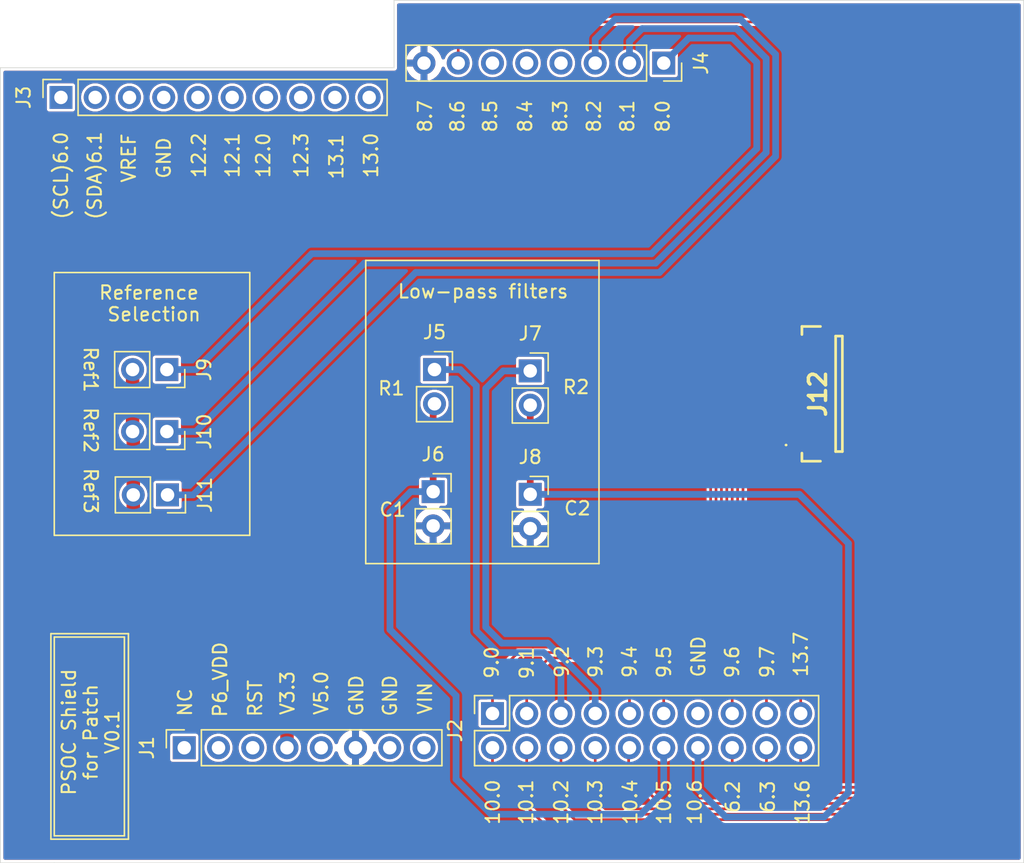
<source format=kicad_pcb>
(kicad_pcb (version 20171130) (host pcbnew "(5.1.10)-1")
  (layers (0 F.Cu signal) (31 B.Cu signal) (34 B.Paste user) (35 F.Paste user) (36 B.SilkS user) (37 F.SilkS user) (38 B.Mask user) (39 F.Mask user) (44 Edge.Cuts user))
  (net 0 "")
  (net 1 GND)
  (net 2 3.3V)
  (net 3 R_ref3)
  (net 4 "Net-(J1-Pad7)")
  (net 5 R_ref2)
  (net 6 R_ref1)
  (net 7 "Net-(J1-Pad1)")
  (net 8 "Net-(J1-Pad2)")
  (net 9 "Net-(J1-Pad3)")
  (net 10 "Net-(J1-Pad5)")
  (net 11 "Net-(J1-Pad8)")
  (net 12 "Net-(J2-Pad13)")
  (net 13 "Net-(J3-Pad3)")
  (net 14 "Net-(J3-Pad4)")
  (net 15 "Net-(J3-Pad5)")
  (net 16 "Net-(J3-Pad6)")
  (net 17 "Net-(J3-Pad7)")
  (net 18 "Net-(J3-Pad8)")
  (net 19 "Net-(J3-Pad9)")
  (net 20 "Net-(J3-Pad10)")
  (net 21 "Net-(J3-Pad1)")
  (net 22 "Net-(J3-Pad2)")
  (net 23 "Net-(J4-Pad6)")
  (net 24 "Net-(J4-Pad5)")
  (net 25 "Net-(J4-Pad4)")
  (net 26 O7)
  (net 27 O6)
  (net 28 O5)
  (net 29 O4)
  (net 30 O3)
  (net 31 O2)
  (net 32 O1)
  (net 33 I7)
  (net 34 I6)
  (net 35 I5)
  (net 36 I4)
  (net 37 I3)
  (net 38 I2)
  (net 39 I1)
  (net 40 ADC-)
  (net 41 ADC+)
  (net 42 Follower-)
  (net 43 Follower+)
  (net 44 O0)
  (net 45 I0)
  (module Connector_PinSocket_2.54mm:PinSocket_1x02_P2.54mm_Vertical (layer F.Cu) (at 143.8 107.16)
    (fp_text reference J8 (at 0 -2.77) (layer F.SilkS))
    (fp_text value Conn_01x02)
    (fp_line (start 0 -1.33) (end 1.33 -1.33) (layer F.SilkS) (width 0.12))
    (fp_line (start 1.33 -1.33) (end 1.33 0) (layer F.SilkS) (width 0.12))
    (fp_line (start 1.33 1.27) (end 1.33 3.87) (layer F.SilkS) (width 0.12))
    (fp_line (start -1.33 3.87) (end 1.33 3.87) (layer F.SilkS) (width 0.12))
    (fp_line (start -1.33 1.27) (end -1.33 3.87) (layer F.SilkS) (width 0.12))
    (fp_line (start -1.33 1.27) (end 1.33 1.27) (layer F.SilkS) (width 0.12))
    (pad 2 thru_hole oval (at 0 2.54) (size 1.7 1.7) (drill 1) (layers *.Cu *.Mask) (net 1 GND))
    (pad 1 thru_hole rect (at 0 0) (size 1.7 1.7) (drill 1) (layers *.Cu *.Mask) (net 40 ADC-))
  )
  (module Connector_PinSocket_2.54mm:PinSocket_1x02_P2.54mm_Vertical (layer F.Cu) (at 143.8 98)
    (fp_text reference J7 (at 0 -2.77) (layer F.SilkS))
    (fp_text value Conn_01x02)
    (fp_line (start 0 -1.33) (end 1.33 -1.33) (layer F.SilkS) (width 0.12))
    (fp_line (start 1.33 -1.33) (end 1.33 0) (layer F.SilkS) (width 0.12))
    (fp_line (start 1.33 1.27) (end 1.33 3.87) (layer F.SilkS) (width 0.12))
    (fp_line (start -1.33 3.87) (end 1.33 3.87) (layer F.SilkS) (width 0.12))
    (fp_line (start -1.33 1.27) (end -1.33 3.87) (layer F.SilkS) (width 0.12))
    (fp_line (start -1.33 1.27) (end 1.33 1.27) (layer F.SilkS) (width 0.12))
    (pad 2 thru_hole oval (at 0 2.54) (size 1.7 1.7) (drill 1) (layers *.Cu *.Mask) (net 40 ADC-))
    (pad 1 thru_hole rect (at 0 0) (size 1.7 1.7) (drill 1) (layers *.Cu *.Mask) (net 42 Follower-))
  )
  (module Connector_PinSocket_2.54mm:PinSocket_1x02_P2.54mm_Vertical (layer F.Cu) (at 136.6 106.96)
    (fp_text reference J6 (at 0 -2.77) (layer F.SilkS))
    (fp_text value Conn_01x02)
    (fp_line (start 0 -1.33) (end 1.33 -1.33) (layer F.SilkS) (width 0.12))
    (fp_line (start 1.33 -1.33) (end 1.33 0) (layer F.SilkS) (width 0.12))
    (fp_line (start 1.33 1.27) (end 1.33 3.87) (layer F.SilkS) (width 0.12))
    (fp_line (start -1.33 3.87) (end 1.33 3.87) (layer F.SilkS) (width 0.12))
    (fp_line (start -1.33 1.27) (end -1.33 3.87) (layer F.SilkS) (width 0.12))
    (fp_line (start -1.33 1.27) (end 1.33 1.27) (layer F.SilkS) (width 0.12))
    (pad 2 thru_hole oval (at 0 2.54) (size 1.7 1.7) (drill 1) (layers *.Cu *.Mask) (net 1 GND))
    (pad 1 thru_hole rect (at 0 0) (size 1.7 1.7) (drill 1) (layers *.Cu *.Mask) (net 41 ADC+))
  )
  (module Connector_PinSocket_2.54mm:PinSocket_1x02_P2.54mm_Vertical (layer F.Cu) (at 136.7 97.9)
    (fp_text reference J5 (at 0 -2.77) (layer F.SilkS))
    (fp_text value Conn_01x02)
    (fp_line (start 0 -1.33) (end 1.33 -1.33) (layer F.SilkS) (width 0.12))
    (fp_line (start 1.33 -1.33) (end 1.33 0) (layer F.SilkS) (width 0.12))
    (fp_line (start 1.33 1.27) (end 1.33 3.87) (layer F.SilkS) (width 0.12))
    (fp_line (start -1.33 3.87) (end 1.33 3.87) (layer F.SilkS) (width 0.12))
    (fp_line (start -1.33 1.27) (end -1.33 3.87) (layer F.SilkS) (width 0.12))
    (fp_line (start -1.33 1.27) (end 1.33 1.27) (layer F.SilkS) (width 0.12))
    (pad 2 thru_hole oval (at 0 2.54) (size 1.7 1.7) (drill 1) (layers *.Cu *.Mask) (net 41 ADC+))
    (pad 1 thru_hole rect (at 0 0) (size 1.7 1.7) (drill 1) (layers *.Cu *.Mask) (net 43 Follower+))
  )
  (module Patch:FH19SC16S05SH09 (layer F.Cu) (at 165.2 99.7 90)
    (fp_text reference J12 (at 0 -0.075 90) (layer F.SilkS) (effects (font (size 1.27 1.27) (thickness 0.254))))
    (fp_text value Conn_01x16 hide)
    (fp_line (start -3.8 -2.475) (end -3.8 -2.475) (layer F.SilkS) (width 0.1))
    (fp_line (start -3.8 -2.375) (end -3.8 -2.375) (layer F.SilkS) (width 0.1))
    (fp_line (start -4.4 -1.25) (end -5 -1.25) (layer F.SilkS) (width 0.2))
    (fp_line (start -5 -1.25) (end -5 0.125) (layer F.SilkS) (width 0.2))
    (fp_line (start -4.285 1.25) (end 4.285 1.25) (layer F.SilkS) (width 0.2))
    (fp_line (start -4.285 1.25) (end -4.285 1.75) (layer F.SilkS) (width 0.2))
    (fp_line (start -4.285 1.75) (end 4.285 1.75) (layer F.SilkS) (width 0.2))
    (fp_line (start 4.285 1.75) (end 4.285 1.25) (layer F.SilkS) (width 0.2))
    (fp_line (start 4.4 -1.25) (end 5 -1.25) (layer F.SilkS) (width 0.2))
    (fp_line (start 5 -1.25) (end 5 0.125) (layer F.SilkS) (width 0.2))
    (fp_arc (start -3.8 -2.425) (end -3.8 -2.475) (angle -180) (layer F.SilkS) (width 0.1))
    (fp_arc (start -3.8 -2.425) (end -3.8 -2.375) (angle -180) (layer F.SilkS) (width 0.1))
    (pad 1 smd rect (at -3.75 -1.5 90) (size 0.3 0.8) (layers F.Cu F.Paste F.Mask) (net 26 O7))
    (pad 2 smd rect (at -3.25 -1.5 90) (size 0.3 0.8) (layers F.Cu F.Paste F.Mask) (net 27 O6))
    (pad 3 smd rect (at -2.75 -1.5 90) (size 0.3 0.8) (layers F.Cu F.Paste F.Mask) (net 28 O5))
    (pad 4 smd rect (at -2.25 -1.5 90) (size 0.3 0.8) (layers F.Cu F.Paste F.Mask) (net 29 O4))
    (pad 5 smd rect (at -1.75 -1.5 90) (size 0.3 0.8) (layers F.Cu F.Paste F.Mask) (net 30 O3))
    (pad 6 smd rect (at -1.25 -1.5 90) (size 0.3 0.8) (layers F.Cu F.Paste F.Mask) (net 31 O2))
    (pad 7 smd rect (at -0.75 -1.5 90) (size 0.3 0.8) (layers F.Cu F.Paste F.Mask) (net 32 O1))
    (pad 8 smd rect (at -0.25 -1.5 90) (size 0.3 0.8) (layers F.Cu F.Paste F.Mask) (net 44 O0))
    (pad 9 smd rect (at 0.25 -1.5 90) (size 0.3 0.8) (layers F.Cu F.Paste F.Mask) (net 33 I7))
    (pad 10 smd rect (at 0.75 -1.5 90) (size 0.3 0.8) (layers F.Cu F.Paste F.Mask) (net 34 I6))
    (pad 11 smd rect (at 1.25 -1.5 90) (size 0.3 0.8) (layers F.Cu F.Paste F.Mask) (net 35 I5))
    (pad 12 smd rect (at 1.75 -1.5 90) (size 0.3 0.8) (layers F.Cu F.Paste F.Mask) (net 36 I4))
    (pad 13 smd rect (at 2.25 -1.5 90) (size 0.3 0.8) (layers F.Cu F.Paste F.Mask) (net 37 I3))
    (pad 14 smd rect (at 2.75 -1.5 90) (size 0.3 0.8) (layers F.Cu F.Paste F.Mask) (net 38 I2))
    (pad 15 smd rect (at 3.25 -1.5 90) (size 0.3 0.8) (layers F.Cu F.Paste F.Mask) (net 39 I1))
    (pad 16 smd rect (at 3.75 -1.5 90) (size 0.3 0.8) (layers F.Cu F.Paste F.Mask) (net 45 I0))
    (pad MP1 smd rect (at -4.75 1 90) (size 0.4 0.8) (layers F.Cu F.Paste F.Mask))
    (pad MP2 smd rect (at 4.75 1 90) (size 0.4 0.8) (layers F.Cu F.Paste F.Mask))
  )
  (module Connector_PinSocket_2.54mm:PinSocket_1x02_P2.54mm_Vertical (layer F.Cu) (at 116.9 107.2 270)
    (fp_text reference J11 (at 0 -2.77 90) (layer F.SilkS))
    (fp_text value Conn_01x02)
    (fp_line (start 0 -1.33) (end 1.33 -1.33) (layer F.SilkS) (width 0.12))
    (fp_line (start 1.33 -1.33) (end 1.33 0) (layer F.SilkS) (width 0.12))
    (fp_line (start 1.33 1.27) (end 1.33 3.87) (layer F.SilkS) (width 0.12))
    (fp_line (start -1.33 3.87) (end 1.33 3.87) (layer F.SilkS) (width 0.12))
    (fp_line (start -1.33 1.27) (end -1.33 3.87) (layer F.SilkS) (width 0.12))
    (fp_line (start -1.33 1.27) (end 1.33 1.27) (layer F.SilkS) (width 0.12))
    (pad 2 thru_hole oval (at 0 2.54 270) (size 1.7 1.7) (drill 1) (layers *.Cu *.Mask) (net 2 3.3V))
    (pad 1 thru_hole rect (at 0 0 270) (size 1.7 1.7) (drill 1) (layers *.Cu *.Mask) (net 3 R_ref3))
  )
  (module Connector_PinSocket_2.54mm:PinSocket_1x02_P2.54mm_Vertical (layer F.Cu) (at 116.85 102.5 270)
    (fp_text reference J10 (at 0 -2.77 90) (layer F.SilkS))
    (fp_text value Conn_01x02)
    (fp_line (start 0 -1.33) (end 1.33 -1.33) (layer F.SilkS) (width 0.12))
    (fp_line (start 1.33 -1.33) (end 1.33 0) (layer F.SilkS) (width 0.12))
    (fp_line (start 1.33 1.27) (end 1.33 3.87) (layer F.SilkS) (width 0.12))
    (fp_line (start -1.33 3.87) (end 1.33 3.87) (layer F.SilkS) (width 0.12))
    (fp_line (start -1.33 1.27) (end -1.33 3.87) (layer F.SilkS) (width 0.12))
    (fp_line (start -1.33 1.27) (end 1.33 1.27) (layer F.SilkS) (width 0.12))
    (pad 2 thru_hole oval (at 0 2.54 270) (size 1.7 1.7) (drill 1) (layers *.Cu *.Mask) (net 2 3.3V))
    (pad 1 thru_hole rect (at 0 0 270) (size 1.7 1.7) (drill 1) (layers *.Cu *.Mask) (net 5 R_ref2))
  )
  (module Connector_PinSocket_2.54mm:PinSocket_1x02_P2.54mm_Vertical (layer F.Cu) (at 116.85 97.9 270)
    (fp_text reference J9 (at 0 -2.77 90) (layer F.SilkS))
    (fp_text value Conn_01x02)
    (fp_line (start 0 -1.33) (end 1.33 -1.33) (layer F.SilkS) (width 0.12))
    (fp_line (start 1.33 -1.33) (end 1.33 0) (layer F.SilkS) (width 0.12))
    (fp_line (start 1.33 1.27) (end 1.33 3.87) (layer F.SilkS) (width 0.12))
    (fp_line (start -1.33 3.87) (end 1.33 3.87) (layer F.SilkS) (width 0.12))
    (fp_line (start -1.33 1.27) (end -1.33 3.87) (layer F.SilkS) (width 0.12))
    (fp_line (start -1.33 1.27) (end 1.33 1.27) (layer F.SilkS) (width 0.12))
    (pad 2 thru_hole oval (at 0 2.54 270) (size 1.7 1.7) (drill 1) (layers *.Cu *.Mask) (net 2 3.3V))
    (pad 1 thru_hole rect (at 0 0 270) (size 1.7 1.7) (drill 1) (layers *.Cu *.Mask) (net 6 R_ref1))
  )
  (module Connector_PinSocket_2.54mm:PinSocket_1x08_P2.54mm_Vertical (layer F.Cu) (at 153.7 75.1574 270)
    (fp_text reference J4 (at 0 -2.77 90) (layer F.SilkS))
    (fp_text value Conn_01x08)
    (fp_line (start 0 -1.33) (end 1.33 -1.33) (layer F.SilkS) (width 0.12))
    (fp_line (start 1.33 -1.33) (end 1.33 0) (layer F.SilkS) (width 0.12))
    (fp_line (start 1.33 1.27) (end 1.33 19.11) (layer F.SilkS) (width 0.12))
    (fp_line (start -1.33 19.11) (end 1.33 19.11) (layer F.SilkS) (width 0.12))
    (fp_line (start -1.33 1.27) (end -1.33 19.11) (layer F.SilkS) (width 0.12))
    (fp_line (start -1.33 1.27) (end 1.33 1.27) (layer F.SilkS) (width 0.12))
    (pad 8 thru_hole oval (at 0 17.78 270) (size 1.7 1.7) (drill 1) (layers *.Cu *.Mask) (net 1 GND))
    (pad 7 thru_hole oval (at 0 15.24 270) (size 1.7 1.7) (drill 1) (layers *.Cu *.Mask) (net 33 I7))
    (pad 6 thru_hole oval (at 0 12.7 270) (size 1.7 1.7) (drill 1) (layers *.Cu *.Mask) (net 23 "Net-(J4-Pad6)"))
    (pad 5 thru_hole oval (at 0 10.16 270) (size 1.7 1.7) (drill 1) (layers *.Cu *.Mask) (net 24 "Net-(J4-Pad5)"))
    (pad 4 thru_hole oval (at 0 7.62 270) (size 1.7 1.7) (drill 1) (layers *.Cu *.Mask) (net 25 "Net-(J4-Pad4)"))
    (pad 3 thru_hole oval (at 0 5.08 270) (size 1.7 1.7) (drill 1) (layers *.Cu *.Mask) (net 3 R_ref3))
    (pad 2 thru_hole oval (at 0 2.54 270) (size 1.7 1.7) (drill 1) (layers *.Cu *.Mask) (net 5 R_ref2))
    (pad 1 thru_hole rect (at 0 0 270) (size 1.7 1.7) (drill 1) (layers *.Cu *.Mask) (net 6 R_ref1))
  )
  (module Connector_PinSocket_2.54mm:PinSocket_1x10_P2.54mm_Vertical (layer F.Cu) (at 108.996 77.705 90)
    (fp_text reference J3 (at 0 -2.77 90) (layer F.SilkS))
    (fp_text value Conn_01x10)
    (fp_line (start 0 -1.33) (end 1.33 -1.33) (layer F.SilkS) (width 0.12))
    (fp_line (start 1.33 -1.33) (end 1.33 0) (layer F.SilkS) (width 0.12))
    (fp_line (start 1.33 1.27) (end 1.33 24.19) (layer F.SilkS) (width 0.12))
    (fp_line (start -1.33 24.19) (end 1.33 24.19) (layer F.SilkS) (width 0.12))
    (fp_line (start -1.33 1.27) (end -1.33 24.19) (layer F.SilkS) (width 0.12))
    (fp_line (start -1.33 1.27) (end 1.33 1.27) (layer F.SilkS) (width 0.12))
    (pad 1 thru_hole rect (at 0 0 90) (size 1.7 1.7) (drill 1) (layers *.Cu *.Mask) (net 21 "Net-(J3-Pad1)"))
    (pad 2 thru_hole oval (at 0 2.54 90) (size 1.7 1.7) (drill 1) (layers *.Cu *.Mask) (net 22 "Net-(J3-Pad2)"))
    (pad 3 thru_hole oval (at 0 5.08 90) (size 1.7 1.7) (drill 1) (layers *.Cu *.Mask) (net 13 "Net-(J3-Pad3)"))
    (pad 4 thru_hole oval (at 0 7.62 90) (size 1.7 1.7) (drill 1) (layers *.Cu *.Mask) (net 14 "Net-(J3-Pad4)"))
    (pad 5 thru_hole oval (at 0 10.16 90) (size 1.7 1.7) (drill 1) (layers *.Cu *.Mask) (net 15 "Net-(J3-Pad5)"))
    (pad 6 thru_hole oval (at 0 12.7 90) (size 1.7 1.7) (drill 1) (layers *.Cu *.Mask) (net 16 "Net-(J3-Pad6)"))
    (pad 7 thru_hole oval (at 0 15.24 90) (size 1.7 1.7) (drill 1) (layers *.Cu *.Mask) (net 17 "Net-(J3-Pad7)"))
    (pad 8 thru_hole oval (at 0 17.78 90) (size 1.7 1.7) (drill 1) (layers *.Cu *.Mask) (net 18 "Net-(J3-Pad8)"))
    (pad 9 thru_hole oval (at 0 20.32 90) (size 1.7 1.7) (drill 1) (layers *.Cu *.Mask) (net 19 "Net-(J3-Pad9)"))
    (pad 10 thru_hole oval (at 0 22.86 90) (size 1.7 1.7) (drill 1) (layers *.Cu *.Mask) (net 20 "Net-(J3-Pad10)"))
  )
  (module Connector_PinSocket_2.54mm:PinSocket_1x08_P2.54mm_Vertical (layer F.Cu) (at 118.14 125.965 90)
    (fp_text reference J1 (at 0 -2.77 90) (layer F.SilkS))
    (fp_text value Conn_01x08)
    (fp_line (start -1.33 1.27) (end 1.33 1.27) (layer F.SilkS) (width 0.12))
    (fp_line (start -1.33 1.27) (end -1.33 19.11) (layer F.SilkS) (width 0.12))
    (fp_line (start -1.33 19.11) (end 1.33 19.11) (layer F.SilkS) (width 0.12))
    (fp_line (start 1.33 1.27) (end 1.33 19.11) (layer F.SilkS) (width 0.12))
    (fp_line (start 1.33 -1.33) (end 1.33 0) (layer F.SilkS) (width 0.12))
    (fp_line (start 0 -1.33) (end 1.33 -1.33) (layer F.SilkS) (width 0.12))
    (pad 1 thru_hole rect (at 0 0 90) (size 1.7 1.7) (drill 1) (layers *.Cu *.Mask) (net 7 "Net-(J1-Pad1)"))
    (pad 2 thru_hole oval (at 0 2.54 90) (size 1.7 1.7) (drill 1) (layers *.Cu *.Mask) (net 8 "Net-(J1-Pad2)"))
    (pad 3 thru_hole oval (at 0 5.08 90) (size 1.7 1.7) (drill 1) (layers *.Cu *.Mask) (net 9 "Net-(J1-Pad3)"))
    (pad 4 thru_hole oval (at 0 7.62 90) (size 1.7 1.7) (drill 1) (layers *.Cu *.Mask) (net 2 3.3V))
    (pad 5 thru_hole oval (at 0 10.16 90) (size 1.7 1.7) (drill 1) (layers *.Cu *.Mask) (net 10 "Net-(J1-Pad5)"))
    (pad 6 thru_hole oval (at 0 12.7 90) (size 1.7 1.7) (drill 1) (layers *.Cu *.Mask) (net 1 GND))
    (pad 7 thru_hole oval (at 0 15.24 90) (size 1.7 1.7) (drill 1) (layers *.Cu *.Mask) (net 4 "Net-(J1-Pad7)"))
    (pad 8 thru_hole oval (at 0 17.78 90) (size 1.7 1.7) (drill 1) (layers *.Cu *.Mask) (net 11 "Net-(J1-Pad8)"))
  )
  (module Connector_PinSocket_2.54mm:PinSocket_2x10_P2.54mm_Vertical (layer F.Cu) (at 141 123.425 90)
    (fp_text reference J2 (at -1.27 -2.77 90) (layer F.SilkS))
    (fp_text value Conn_02x10)
    (fp_line (start 0 -1.33) (end 1.33 -1.33) (layer F.SilkS) (width 0.12))
    (fp_line (start 1.33 -1.33) (end 1.33 0) (layer F.SilkS) (width 0.12))
    (fp_line (start -1.27 -1.33) (end -1.27 1.27) (layer F.SilkS) (width 0.12))
    (fp_line (start -1.27 1.27) (end 1.33 1.27) (layer F.SilkS) (width 0.12))
    (fp_line (start 1.33 1.27) (end 1.33 24.19) (layer F.SilkS) (width 0.12))
    (fp_line (start -3.87 24.19) (end 1.33 24.19) (layer F.SilkS) (width 0.12))
    (fp_line (start -3.87 -1.33) (end -3.87 24.19) (layer F.SilkS) (width 0.12))
    (fp_line (start -3.87 -1.33) (end -1.27 -1.33) (layer F.SilkS) (width 0.12))
    (pad 20 thru_hole oval (at -2.54 22.86 90) (size 1.7 1.7) (drill 1) (layers *.Cu *.Mask) (net 26 O7))
    (pad 19 thru_hole oval (at 0 22.86 90) (size 1.7 1.7) (drill 1) (layers *.Cu *.Mask) (net 34 I6))
    (pad 18 thru_hole oval (at -2.54 20.32 90) (size 1.7 1.7) (drill 1) (layers *.Cu *.Mask) (net 27 O6))
    (pad 17 thru_hole oval (at 0 20.32 90) (size 1.7 1.7) (drill 1) (layers *.Cu *.Mask) (net 35 I5))
    (pad 16 thru_hole oval (at -2.54 17.78 90) (size 1.7 1.7) (drill 1) (layers *.Cu *.Mask) (net 28 O5))
    (pad 15 thru_hole oval (at 0 17.78 90) (size 1.7 1.7) (drill 1) (layers *.Cu *.Mask) (net 36 I4))
    (pad 14 thru_hole oval (at -2.54 15.24 90) (size 1.7 1.7) (drill 1) (layers *.Cu *.Mask) (net 40 ADC-))
    (pad 13 thru_hole oval (at 0 15.24 90) (size 1.7 1.7) (drill 1) (layers *.Cu *.Mask) (net 12 "Net-(J2-Pad13)"))
    (pad 12 thru_hole oval (at -2.54 12.7 90) (size 1.7 1.7) (drill 1) (layers *.Cu *.Mask) (net 41 ADC+))
    (pad 11 thru_hole oval (at 0 12.7 90) (size 1.7 1.7) (drill 1) (layers *.Cu *.Mask) (net 37 I3))
    (pad 10 thru_hole oval (at -2.54 10.16 90) (size 1.7 1.7) (drill 1) (layers *.Cu *.Mask) (net 29 O4))
    (pad 9 thru_hole oval (at 0 10.16 90) (size 1.7 1.7) (drill 1) (layers *.Cu *.Mask) (net 38 I2))
    (pad 8 thru_hole oval (at -2.54 7.62 90) (size 1.7 1.7) (drill 1) (layers *.Cu *.Mask) (net 30 O3))
    (pad 7 thru_hole oval (at 0 7.62 90) (size 1.7 1.7) (drill 1) (layers *.Cu *.Mask) (net 42 Follower-))
    (pad 6 thru_hole oval (at -2.54 5.08 90) (size 1.7 1.7) (drill 1) (layers *.Cu *.Mask) (net 31 O2))
    (pad 5 thru_hole oval (at 0 5.08 90) (size 1.7 1.7) (drill 1) (layers *.Cu *.Mask) (net 43 Follower+))
    (pad 4 thru_hole oval (at -2.54 2.54 90) (size 1.7 1.7) (drill 1) (layers *.Cu *.Mask) (net 32 O1))
    (pad 3 thru_hole oval (at 0 2.54 90) (size 1.7 1.7) (drill 1) (layers *.Cu *.Mask) (net 39 I1))
    (pad 2 thru_hole oval (at -2.54 0 90) (size 1.7 1.7) (drill 1) (layers *.Cu *.Mask) (net 44 O0))
    (pad 1 thru_hole rect (at 0 0 90) (size 1.7 1.7) (drill 1) (layers *.Cu *.Mask) (net 45 I0))
  )
  (gr_text 8.6 (at 138.4 79.1 90) (layer F.SilkS) (effects (font (size 1 1))))
  (gr_text 8.1 (at 151 79.1 90) (layer F.SilkS) (effects (font (size 1 1))))
  (gr_text 8.3 (at 146.025 79.1 90) (layer F.SilkS) (effects (font (size 1 1))))
  (gr_text 8.0 (at 153.625 79.1 90) (layer F.SilkS) (effects (font (size 1 1))))
  (gr_text 8.5 (at 140.825 79.1 90) (layer F.SilkS) (effects (font (size 1 1))))
  (gr_text 8.2 (at 148.525 79.1 90) (layer F.SilkS) (effects (font (size 1 1))))
  (gr_text 8.4 (at 143.425 79.1 90) (layer F.SilkS) (effects (font (size 1 1))))
  (gr_text 8.7 (at 136 79.1 90) (layer F.SilkS) (effects (font (size 1 1))))
  (gr_line (start 148.9 89.8) (end 131.6 89.8) (layer F.SilkS) (width 0.12))
  (gr_line (start 148.9 112.3) (end 148.9 89.8) (layer F.SilkS) (width 0.12))
  (gr_line (start 131.6 112.3) (end 148.9 112.3) (layer F.SilkS) (width 0.12))
  (gr_line (start 131.6 89.8) (end 131.6 112.3) (layer F.SilkS) (width 0.12))
  (gr_text "Low-pass filters" (at 140.3 92.1) (layer F.SilkS) (effects (font (size 1 1))))
  (gr_text R2 (at 147.2 99.2) (layer F.SilkS) (effects (font (size 1 1))))
  (gr_text C2 (at 147.3 108.2) (layer F.SilkS) (effects (font (size 1 1))))
  (gr_text C1 (at 133.6 108.3) (layer F.SilkS) (effects (font (size 1 1))))
  (gr_text R1 (at 133.5 99.3) (layer F.SilkS) (effects (font (size 1 1))))
  (gr_line (start 133.7 75.5) (end 133.7 70.5) (layer Edge.Cuts) (width 0.05))
  (gr_line (start 113.7 132.5) (end 113.7 117.75) (layer F.SilkS) (width 0.12))
  (gr_line (start 108.5 132.5) (end 113.7 132.5) (layer F.SilkS) (width 0.12))
  (gr_line (start 108.5 117.75) (end 108.5 132.5) (layer F.SilkS) (width 0.12))
  (gr_line (start 113.7 117.75) (end 108.5 117.75) (layer F.SilkS) (width 0.12))
  (gr_line (start 114 117.5) (end 108.25 117.5) (layer F.SilkS) (width 0.12))
  (gr_line (start 108.25 117.5) (end 108.25 132.75) (layer F.SilkS) (width 0.12))
  (gr_line (start 114 132.75) (end 114 117.5) (layer F.SilkS) (width 0.12))
  (gr_line (start 108.25 132.75) (end 114 132.75) (layer F.SilkS) (width 0.12))
  (gr_text "PSOC Shield\nfor Patch\nV0.1" (at 111.2 124.8 90) (layer F.SilkS) (effects (font (size 1 1))))
  (gr_line (start 108.5 110.2) (end 123 110.2) (layer F.SilkS) (width 0.12))
  (gr_line (start 108.5 90.7) (end 108.5 110.2) (layer F.SilkS) (width 0.12))
  (gr_line (start 123 90.7) (end 108.5 90.7) (layer F.SilkS) (width 0.12))
  (gr_line (start 123 110.2) (end 123 90.7) (layer F.SilkS) (width 0.12))
  (gr_text Ref3 (at 111.2 106.9 270) (layer F.SilkS) (effects (font (size 1 1))))
  (gr_text Ref2 (at 111.2 102.4 270) (layer F.SilkS) (effects (font (size 1 1))))
  (gr_text Ref1 (at 111.2 97.9 270) (layer F.SilkS) (effects (font (size 1 1))))
  (gr_text "Reference \nSelection" (at 115.9 93) (layer F.SilkS) (effects (font (size 1 1))))
  (gr_line (start 104.5 75.5) (end 133.7 75.5) (layer Edge.Cuts) (width 0.05))
  (gr_line (start 108.5 134.5) (end 180.4 134.5) (layer Edge.Cuts) (width 0.05))
  (gr_line (start 108.5 134.5) (end 104.5 134.5) (layer Edge.Cuts) (width 0.05))
  (gr_line (start 180.4 134.5) (end 180.4 70.5) (layer Edge.Cuts) (width 0.05))
  (gr_line (start 104.5 75.5) (end 104.5 134.5) (layer Edge.Cuts) (width 0.05))
  (gr_line (start 180.4 70.5) (end 133.7 70.5) (layer Edge.Cuts) (width 0.05))
  (gr_text 13.0 (at 132 82 90) (layer F.SilkS) (effects (font (size 1 1))))
  (gr_text "(SCL)6.0" (at 109 83.5 90) (layer F.SilkS) (effects (font (size 1 1))))
  (gr_text 12.0 (at 124 82 90) (layer F.SilkS) (effects (font (size 1 1))))
  (gr_text 12.2 (at 119.225 82 90) (layer F.SilkS) (effects (font (size 1 1))))
  (gr_text VREF (at 114.025 82.2 90) (layer F.SilkS) (effects (font (size 1 1))))
  (gr_text 12.3 (at 126.825 82 90) (layer F.SilkS) (effects (font (size 1 1))))
  (gr_text 13.1 (at 129.425 82.1 90) (layer F.SilkS) (effects (font (size 1 1))))
  (gr_text "(SDA)6.1" (at 111.5 83.5 90) (layer F.SilkS) (effects (font (size 1 1))))
  (gr_text GND (at 116.625 82.2 90) (layer F.SilkS) (effects (font (size 1 1))))
  (gr_text 12.1 (at 121.725 82 90) (layer F.SilkS) (effects (font (size 1 1))))
  (gr_text VIN (at 136 122.3 90) (layer F.SilkS) (effects (font (size 1 1))))
  (gr_text GND (at 133.4 122.1 90) (layer F.SilkS) (effects (font (size 1 1))))
  (gr_text GND (at 130.9 122.1 90) (layer F.SilkS) (effects (font (size 1 1))))
  (gr_text V5.0 (at 128.3 121.9 90) (layer F.SilkS) (effects (font (size 1 1))))
  (gr_text V3.3 (at 125.8 121.9 90) (layer F.SilkS) (effects (font (size 1 1))))
  (gr_text RST (at 123.4 122.3 90) (layer F.SilkS) (effects (font (size 1 1))))
  (gr_text P6_VDD (at 120.8 120.9 90) (layer F.SilkS) (effects (font (size 1 1))))
  (gr_text NC (at 118.2 122.6 90) (layer F.SilkS) (effects (font (size 1 1))))
  (gr_text 10.1 (at 143.5 130 90) (layer F.SilkS) (effects (font (size 1 1))))
  (gr_text 13.7 (at 163.875 119.025 90) (layer F.SilkS) (effects (font (size 1 1))))
  (gr_text 9.7 (at 161.375 119.6 90) (layer F.SilkS) (effects (font (size 1 1))))
  (gr_text 9.6 (at 158.775 119.6 90) (layer F.SilkS) (effects (font (size 1 1))))
  (gr_text GND (at 156.275 119.2 90) (layer F.SilkS) (effects (font (size 1 1))))
  (gr_text 9.5 (at 153.725 119.6 90) (layer F.SilkS) (effects (font (size 1 1))))
  (gr_text 9.4 (at 151.175 119.585 90) (layer F.SilkS) (effects (font (size 1 1))))
  (gr_text 9.3 (at 148.645 119.585 90) (layer F.SilkS) (effects (font (size 1 1))))
  (gr_text 9.2 (at 146.145 119.585 90) (layer F.SilkS) (effects (font (size 1 1))))
  (gr_text 9.1 (at 143.545 119.685 90) (layer F.SilkS) (effects (font (size 1 1))))
  (gr_text 9.0 (at 140.945 119.635 90) (layer F.SilkS) (effects (font (size 1 1))))
  (gr_text 13.6 (at 164 130 90) (layer F.SilkS) (effects (font (size 1 1))))
  (gr_text 6.3 (at 161.425 129.6 90) (layer F.SilkS) (effects (font (size 1 1))))
  (gr_text 10.5 (at 153.725 130 90) (layer F.SilkS) (effects (font (size 1 1))))
  (gr_text 10.4 (at 151.225 130 90) (layer F.SilkS) (effects (font (size 1 1))))
  (gr_text 10.3 (at 148.625 130 90) (layer F.SilkS) (effects (font (size 1 1))))
  (gr_text 6.2 (at 158.825 129.6 90) (layer F.SilkS) (effects (font (size 1 1))))
  (gr_text 10.6 (at 156 130 90) (layer F.SilkS) (effects (font (size 1 1))))
  (gr_text 10.2 (at 146.1 130 90) (layer F.SilkS) (effects (font (size 1 1))))
  (gr_text 10.0 (at 141.025 130 90) (layer F.SilkS) (effects (font (size 1 1))))
  (segment (start 125.76 125.965) (end 125.76 122.46) (width 1) (layer F.Cu) (net 2))
  (segment (start 125.76 122.46) (end 114.36 111.06) (width 1) (layer F.Cu) (net 2))
  (segment (start 114.31 97.9) (end 114.31 102.5) (width 1) (layer F.Cu) (net 2))
  (segment (start 114.36 111.06) (end 114.36 107.2) (width 1) (layer F.Cu) (net 2))
  (segment (start 114.36 102.55) (end 114.31 102.5) (width 1) (layer F.Cu) (net 2))
  (segment (start 114.36 107.2) (end 114.36 102.55) (width 1) (layer F.Cu) (net 2))
  (segment (start 150.100022 71.899978) (end 148.62 73.38) (width 0.5) (layer B.Cu) (net 3))
  (segment (start 162.000022 82.079908) (end 162.000022 74.520092) (width 0.5) (layer B.Cu) (net 3))
  (segment (start 153.379908 90.700022) (end 162.000022 82.079908) (width 0.5) (layer B.Cu) (net 3))
  (segment (start 148.62 73.38) (end 148.62 75.1574) (width 0.5) (layer B.Cu) (net 3))
  (segment (start 159.379908 71.899978) (end 150.100022 71.899978) (width 0.5) (layer B.Cu) (net 3))
  (segment (start 135.299978 90.700022) (end 153.379908 90.700022) (width 0.5) (layer B.Cu) (net 3))
  (segment (start 118.8 107.2) (end 135.299978 90.700022) (width 0.5) (layer B.Cu) (net 3))
  (segment (start 162.000022 74.520092) (end 159.379908 71.899978) (width 0.5) (layer B.Cu) (net 3))
  (segment (start 116.9 107.2) (end 118.8 107.2) (width 0.5) (layer B.Cu) (net 3))
  (segment (start 151.16 73.54) (end 151.16 75.1574) (width 0.5) (layer B.Cu) (net 5))
  (segment (start 159.089954 72.599989) (end 152.100011 72.599989) (width 0.5) (layer B.Cu) (net 5))
  (segment (start 161.300011 74.810046) (end 159.089954 72.599989) (width 0.5) (layer B.Cu) (net 5))
  (segment (start 161.300011 81.789954) (end 161.300011 74.810046) (width 0.5) (layer B.Cu) (net 5))
  (segment (start 131.499989 90.000011) (end 153.089954 90.000011) (width 0.5) (layer B.Cu) (net 5))
  (segment (start 119 102.5) (end 131.499989 90.000011) (width 0.5) (layer B.Cu) (net 5))
  (segment (start 152.100011 72.599989) (end 151.16 73.54) (width 0.5) (layer B.Cu) (net 5))
  (segment (start 153.089954 90.000011) (end 161.300011 81.789954) (width 0.5) (layer B.Cu) (net 5))
  (segment (start 116.85 102.5) (end 119 102.5) (width 0.5) (layer B.Cu) (net 5))
  (segment (start 116.85 97.9) (end 119 97.9) (width 0.5) (layer B.Cu) (net 6))
  (segment (start 119 97.9) (end 127.6 89.3) (width 0.5) (layer B.Cu) (net 6))
  (segment (start 127.6 89.3) (end 152.8 89.3) (width 0.5) (layer B.Cu) (net 6))
  (segment (start 152.8 89.3) (end 160.6 81.5) (width 0.5) (layer B.Cu) (net 6))
  (segment (start 160.6 81.5) (end 160.6 75.1) (width 0.5) (layer B.Cu) (net 6))
  (segment (start 155.5574 73.3) (end 153.7 75.1574) (width 0.5) (layer B.Cu) (net 6))
  (segment (start 160.6 75.1) (end 158.8 73.3) (width 0.5) (layer B.Cu) (net 6))
  (segment (start 158.8 73.3) (end 155.5574 73.3) (width 0.5) (layer B.Cu) (net 6))
  (segment (start 163.86 127.76) (end 163.86 125.965) (width 0.2) (layer F.Cu) (net 26))
  (segment (start 165 128.9) (end 163.86 127.76) (width 0.2) (layer F.Cu) (net 26))
  (segment (start 168 128.9) (end 165 128.9) (width 0.2) (layer F.Cu) (net 26))
  (segment (start 169.7 127.2) (end 168 128.9) (width 0.2) (layer F.Cu) (net 26))
  (segment (start 169.7 104.6) (end 169.7 127.2) (width 0.2) (layer F.Cu) (net 26))
  (segment (start 168.55 103.45) (end 169.7 104.6) (width 0.2) (layer F.Cu) (net 26))
  (segment (start 163.7 103.45) (end 168.55 103.45) (width 0.2) (layer F.Cu) (net 26))
  (segment (start 161.32 127.72) (end 161.32 125.965) (width 0.2) (layer F.Cu) (net 27))
  (segment (start 162.9 129.3) (end 161.32 127.72) (width 0.2) (layer F.Cu) (net 27))
  (segment (start 168.165699 129.3) (end 162.9 129.3) (width 0.2) (layer F.Cu) (net 27))
  (segment (start 170.10001 127.365689) (end 168.165699 129.3) (width 0.2) (layer F.Cu) (net 27))
  (segment (start 170.10001 104.434311) (end 170.10001 127.365689) (width 0.2) (layer F.Cu) (net 27))
  (segment (start 168.615698 102.95) (end 170.10001 104.434311) (width 0.2) (layer F.Cu) (net 27))
  (segment (start 163.7 102.95) (end 168.615698 102.95) (width 0.2) (layer F.Cu) (net 27))
  (segment (start 160.75001 129.70001) (end 158.78 127.73) (width 0.2) (layer F.Cu) (net 28))
  (segment (start 158.78 127.73) (end 158.78 125.965) (width 0.2) (layer F.Cu) (net 28))
  (segment (start 168.331388 129.70001) (end 160.75001 129.70001) (width 0.2) (layer F.Cu) (net 28))
  (segment (start 170.50002 127.531378) (end 168.331388 129.70001) (width 0.2) (layer F.Cu) (net 28))
  (segment (start 170.50002 104.268622) (end 170.50002 127.531378) (width 0.2) (layer F.Cu) (net 28))
  (segment (start 168.681397 102.45) (end 170.50002 104.268622) (width 0.2) (layer F.Cu) (net 28))
  (segment (start 163.7 102.45) (end 168.681397 102.45) (width 0.2) (layer F.Cu) (net 28))
  (segment (start 151.1 126.025) (end 151.16 125.965) (width 0.2) (layer F.Cu) (net 29))
  (segment (start 151.1 127.8) (end 151.1 126.025) (width 0.2) (layer F.Cu) (net 29))
  (segment (start 168.497077 130.10002) (end 153.40002 130.10002) (width 0.2) (layer F.Cu) (net 29))
  (segment (start 170.90003 127.697067) (end 168.497077 130.10002) (width 0.2) (layer F.Cu) (net 29))
  (segment (start 170.90003 104.102933) (end 170.90003 127.697067) (width 0.2) (layer F.Cu) (net 29))
  (segment (start 153.40002 130.10002) (end 151.1 127.8) (width 0.2) (layer F.Cu) (net 29))
  (segment (start 168.747097 101.95) (end 170.90003 104.102933) (width 0.2) (layer F.Cu) (net 29))
  (segment (start 163.7 101.95) (end 168.747097 101.95) (width 0.2) (layer F.Cu) (net 29))
  (segment (start 171.30004 127.862756) (end 168.662766 130.50003) (width 0.2) (layer F.Cu) (net 30))
  (segment (start 148.62 127.82) (end 148.62 125.965) (width 0.2) (layer F.Cu) (net 30))
  (segment (start 171.30004 103.937244) (end 171.30004 127.862756) (width 0.2) (layer F.Cu) (net 30))
  (segment (start 168.812795 101.45) (end 171.30004 103.937244) (width 0.2) (layer F.Cu) (net 30))
  (segment (start 151.30003 130.50003) (end 148.62 127.82) (width 0.2) (layer F.Cu) (net 30))
  (segment (start 168.662766 130.50003) (end 151.30003 130.50003) (width 0.2) (layer F.Cu) (net 30))
  (segment (start 163.7 101.45) (end 168.812795 101.45) (width 0.2) (layer F.Cu) (net 30))
  (segment (start 146.08 127.78) (end 146.08 125.965) (width 0.2) (layer F.Cu) (net 31))
  (segment (start 149.20004 130.90004) (end 146.08 127.78) (width 0.2) (layer F.Cu) (net 31))
  (segment (start 168.828455 130.90004) (end 149.20004 130.90004) (width 0.2) (layer F.Cu) (net 31))
  (segment (start 171.70005 103.771555) (end 171.70005 128.028445) (width 0.2) (layer F.Cu) (net 31))
  (segment (start 168.878495 100.95) (end 171.70005 103.771555) (width 0.2) (layer F.Cu) (net 31))
  (segment (start 171.70005 128.028445) (end 168.828455 130.90004) (width 0.2) (layer F.Cu) (net 31))
  (segment (start 163.7 100.95) (end 168.878495 100.95) (width 0.2) (layer F.Cu) (net 31))
  (segment (start 147.10005 131.30005) (end 143.54 127.74) (width 0.2) (layer F.Cu) (net 32))
  (segment (start 168.994144 131.30005) (end 147.10005 131.30005) (width 0.2) (layer F.Cu) (net 32))
  (segment (start 172.10006 128.194134) (end 168.994144 131.30005) (width 0.2) (layer F.Cu) (net 32))
  (segment (start 172.10006 103.605866) (end 172.10006 128.194134) (width 0.2) (layer F.Cu) (net 32))
  (segment (start 143.54 127.74) (end 143.54 125.965) (width 0.2) (layer F.Cu) (net 32))
  (segment (start 168.944194 100.45) (end 172.10006 103.605866) (width 0.2) (layer F.Cu) (net 32))
  (segment (start 163.7 100.45) (end 168.944194 100.45) (width 0.2) (layer F.Cu) (net 32))
  (segment (start 138.46 73.54) (end 138.46 75.1574) (width 0.2) (layer F.Cu) (net 33))
  (segment (start 139.9 72.1) (end 138.46 73.54) (width 0.2) (layer F.Cu) (net 33))
  (segment (start 169 72.1) (end 139.9 72.1) (width 0.2) (layer F.Cu) (net 33))
  (segment (start 170.7 73.8) (end 169 72.1) (width 0.2) (layer F.Cu) (net 33))
  (segment (start 170.7 97.8) (end 170.7 73.8) (width 0.2) (layer F.Cu) (net 33))
  (segment (start 169.05 99.45) (end 170.7 97.8) (width 0.2) (layer F.Cu) (net 33))
  (segment (start 163.7 99.45) (end 169.05 99.45) (width 0.2) (layer F.Cu) (net 33))
  (segment (start 163.86 121.06) (end 163.86 123.425) (width 0.2) (layer F.Cu) (net 34))
  (segment (start 162.6 119.8) (end 163.86 121.06) (width 0.2) (layer F.Cu) (net 34))
  (segment (start 160.7 119.8) (end 162.6 119.8) (width 0.2) (layer F.Cu) (net 34))
  (segment (start 159.580021 118.680021) (end 160.7 119.8) (width 0.2) (layer F.Cu) (net 34))
  (segment (start 161.75 98.95) (end 159.580021 101.119979) (width 0.2) (layer F.Cu) (net 34))
  (segment (start 159.580021 101.119979) (end 159.580021 118.680021) (width 0.2) (layer F.Cu) (net 34))
  (segment (start 163.7 98.95) (end 161.75 98.95) (width 0.2) (layer F.Cu) (net 34))
  (segment (start 161.3 123.405) (end 161.32 123.425) (width 0.2) (layer F.Cu) (net 35))
  (segment (start 161.32 121.02) (end 161.32 123.425) (width 0.2) (layer F.Cu) (net 35))
  (segment (start 159.18001 100.95429) (end 159.18001 118.88001) (width 0.2) (layer F.Cu) (net 35))
  (segment (start 159.18001 118.88001) (end 161.32 121.02) (width 0.2) (layer F.Cu) (net 35))
  (segment (start 161.6843 98.45) (end 159.18001 100.95429) (width 0.2) (layer F.Cu) (net 35))
  (segment (start 163.7 98.45) (end 161.6843 98.45) (width 0.2) (layer F.Cu) (net 35))
  (segment (start 163.7 97.95) (end 161.55 97.95) (width 0.2) (layer F.Cu) (net 36))
  (segment (start 158.78 100.72) (end 158.78 123.425) (width 0.2) (layer F.Cu) (net 36))
  (segment (start 161.55 97.95) (end 158.78 100.72) (width 0.2) (layer F.Cu) (net 36))
  (segment (start 153.7 121.1) (end 153.7 123.425) (width 0.2) (layer F.Cu) (net 37))
  (segment (start 154.7 120.1) (end 153.7 121.1) (width 0.2) (layer F.Cu) (net 37))
  (segment (start 156.9 120.1) (end 154.7 120.1) (width 0.2) (layer F.Cu) (net 37))
  (segment (start 161.4843 97.45) (end 158.37999 100.554311) (width 0.2) (layer F.Cu) (net 37))
  (segment (start 158.37999 118.62001) (end 156.9 120.1) (width 0.2) (layer F.Cu) (net 37))
  (segment (start 158.37999 100.554311) (end 158.37999 118.62001) (width 0.2) (layer F.Cu) (net 37))
  (segment (start 163.7 97.45) (end 161.4843 97.45) (width 0.2) (layer F.Cu) (net 37))
  (segment (start 151.16 120.84) (end 151.16 123.425) (width 0.2) (layer F.Cu) (net 38))
  (segment (start 152.30001 119.69999) (end 151.16 120.84) (width 0.2) (layer F.Cu) (net 38))
  (segment (start 156.734312 119.69999) (end 152.30001 119.69999) (width 0.2) (layer F.Cu) (net 38))
  (segment (start 157.979979 118.454323) (end 156.734312 119.69999) (width 0.2) (layer F.Cu) (net 38))
  (segment (start 157.979979 100.388622) (end 157.979979 118.454323) (width 0.2) (layer F.Cu) (net 38))
  (segment (start 161.4186 96.95) (end 157.979979 100.388622) (width 0.2) (layer F.Cu) (net 38))
  (segment (start 163.7 96.95) (end 161.4186 96.95) (width 0.2) (layer F.Cu) (net 38))
  (segment (start 143.6 123.365) (end 143.54 123.425) (width 0.2) (layer F.Cu) (net 39))
  (segment (start 145.20002 119.29998) (end 143.54 120.96) (width 0.2) (layer F.Cu) (net 39))
  (segment (start 143.54 120.96) (end 143.54 123.425) (width 0.2) (layer F.Cu) (net 39))
  (segment (start 156.568624 119.29998) (end 145.20002 119.29998) (width 0.2) (layer F.Cu) (net 39))
  (segment (start 157.579968 118.288636) (end 156.568624 119.29998) (width 0.2) (layer F.Cu) (net 39))
  (segment (start 161.3529 96.45) (end 157.579968 100.222933) (width 0.2) (layer F.Cu) (net 39))
  (segment (start 157.579968 100.222933) (end 157.579968 118.288636) (width 0.2) (layer F.Cu) (net 39))
  (segment (start 163.7 96.45) (end 161.3529 96.45) (width 0.2) (layer F.Cu) (net 39))
  (segment (start 156.24 129.04) (end 158.3 131.1) (width 0.5) (layer B.Cu) (net 40))
  (segment (start 163.76 107.16) (end 143.8 107.16) (width 0.5) (layer B.Cu) (net 40))
  (segment (start 158.3 131.1) (end 165.6 131.1) (width 0.5) (layer B.Cu) (net 40))
  (segment (start 167.4 110.8) (end 163.76 107.16) (width 0.5) (layer B.Cu) (net 40))
  (segment (start 156.24 125.965) (end 156.24 129.04) (width 0.5) (layer B.Cu) (net 40))
  (segment (start 167.4 129.3) (end 167.4 110.8) (width 0.5) (layer B.Cu) (net 40))
  (segment (start 165.6 131.1) (end 167.4 129.3) (width 0.5) (layer B.Cu) (net 40))
  (segment (start 143.8 107.16) (end 143.8 100.54) (width 0.5) (layer F.Cu) (net 40))
  (segment (start 134.94 106.96) (end 136.6 106.96) (width 0.5) (layer B.Cu) (net 41))
  (segment (start 133.4 108.5) (end 134.94 106.96) (width 0.5) (layer B.Cu) (net 41))
  (segment (start 133.4 117.2) (end 133.4 108.5) (width 0.5) (layer B.Cu) (net 41))
  (segment (start 138.3 128.3) (end 138.3 122.1) (width 0.5) (layer B.Cu) (net 41))
  (segment (start 138.3 122.1) (end 133.4 117.2) (width 0.5) (layer B.Cu) (net 41))
  (segment (start 140.9 130.9) (end 138.3 128.3) (width 0.5) (layer B.Cu) (net 41))
  (segment (start 152 130.9) (end 140.9 130.9) (width 0.5) (layer B.Cu) (net 41))
  (segment (start 153.7 129.2) (end 152 130.9) (width 0.5) (layer B.Cu) (net 41))
  (segment (start 153.7 125.965) (end 153.7 129.2) (width 0.5) (layer B.Cu) (net 41))
  (segment (start 136.6 100.54) (end 136.7 100.44) (width 0.5) (layer F.Cu) (net 41))
  (segment (start 136.6 106.96) (end 136.6 100.54) (width 0.5) (layer F.Cu) (net 41))
  (segment (start 143.8 98) (end 141.8 98) (width 0.5) (layer B.Cu) (net 42))
  (segment (start 140.50001 117.010048) (end 141.689952 118.19999) (width 0.5) (layer B.Cu) (net 42))
  (segment (start 141.689952 118.19999) (end 145.089953 118.19999) (width 0.5) (layer B.Cu) (net 42))
  (segment (start 141.8 98) (end 140.50001 99.29999) (width 0.5) (layer B.Cu) (net 42))
  (segment (start 145.089953 118.19999) (end 148.62 121.730037) (width 0.5) (layer B.Cu) (net 42))
  (segment (start 148.62 121.730037) (end 148.62 123.425) (width 0.5) (layer B.Cu) (net 42))
  (segment (start 140.50001 99.29999) (end 140.50001 117.010048) (width 0.5) (layer B.Cu) (net 42))
  (segment (start 139.8 99.1) (end 139.8 117.3) (width 0.5) (layer B.Cu) (net 43))
  (segment (start 139.8 117.3) (end 141.4 118.9) (width 0.5) (layer B.Cu) (net 43))
  (segment (start 141.4 118.9) (end 144.8 118.9) (width 0.5) (layer B.Cu) (net 43))
  (segment (start 144.8 118.9) (end 146.08 120.18) (width 0.5) (layer B.Cu) (net 43))
  (segment (start 146.08 120.18) (end 146.08 123.425) (width 0.5) (layer B.Cu) (net 43))
  (segment (start 138.6 97.9) (end 139.8 99.1) (width 0.5) (layer B.Cu) (net 43))
  (segment (start 136.7 97.9) (end 138.6 97.9) (width 0.5) (layer B.Cu) (net 43))
  (segment (start 141 127.8) (end 141 125.965) (width 0.2) (layer F.Cu) (net 44))
  (segment (start 144.90006 131.70006) (end 141 127.8) (width 0.2) (layer F.Cu) (net 44))
  (segment (start 169.159833 131.70006) (end 144.90006 131.70006) (width 0.2) (layer F.Cu) (net 44))
  (segment (start 172.50007 128.359823) (end 169.159833 131.70006) (width 0.2) (layer F.Cu) (net 44))
  (segment (start 172.50007 103.440177) (end 172.50007 128.359823) (width 0.2) (layer F.Cu) (net 44))
  (segment (start 169.009893 99.95) (end 172.50007 103.440177) (width 0.2) (layer F.Cu) (net 44))
  (segment (start 163.7 99.95) (end 169.009893 99.95) (width 0.2) (layer F.Cu) (net 44))
  (segment (start 141 120.8) (end 141 123.425) (width 0.2) (layer F.Cu) (net 45))
  (segment (start 142.90003 118.89997) (end 141 120.8) (width 0.2) (layer F.Cu) (net 45))
  (segment (start 156.40003 118.89997) (end 142.90003 118.89997) (width 0.2) (layer F.Cu) (net 45))
  (segment (start 157.179957 118.120043) (end 156.40003 118.89997) (width 0.2) (layer F.Cu) (net 45))
  (segment (start 157.179957 100.057244) (end 157.179957 118.120043) (width 0.2) (layer F.Cu) (net 45))
  (segment (start 161.2872 95.95) (end 157.179957 100.057244) (width 0.2) (layer F.Cu) (net 45))
  (segment (start 163.7 95.95) (end 161.2872 95.95) (width 0.2) (layer F.Cu) (net 45))
  (zone (net 1) (net_name GND) (layer F.Cu) (connect_pads (clearance 0.2)) (min_thickness 0.254) (fill yes (arc_segments 32) (thermal_gap 0.508) (thermal_bridge_width 0.508))
    (polygon (pts (xy 180.4 134.5) (xy 104.5 134.5) (xy 104.5 75.5) (xy 133.7 75.5) (xy 133.7 70.5) (xy 180.4 70.5)))
  )
  (zone (net 1) (net_name GND) (layer B.Cu) (connect_pads (clearance 0.2)) (min_thickness 0.254) (fill yes (arc_segments 32) (thermal_gap 0.508) (thermal_bridge_width 0.508))
    (polygon (pts (xy 180.4 134.5) (xy 104.5 134.5) (xy 104.5 75.5) (xy 133.7 75.5) (xy 133.7 70.5) (xy 180.4 70.5)))
  )
)
</source>
